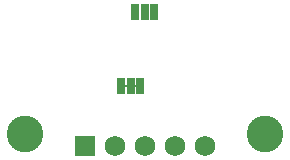
<source format=gbr>
G04 EAGLE Gerber RS-274X export*
G75*
%MOMM*%
%FSLAX34Y34*%
%LPD*%
%AMOC8*
5,1,8,0,0,1.08239X$1,22.5*%
G01*
%ADD10C,3.101600*%
%ADD11R,1.752600X1.752600*%
%ADD12C,1.752600*%
%ADD13R,0.736600X1.371600*%
%ADD14C,0.203200*%


D10*
X25000Y25000D03*
X228200Y25000D03*
D11*
X75800Y15000D03*
D12*
X101200Y15000D03*
X126600Y15000D03*
X152000Y15000D03*
X177400Y15000D03*
D13*
X122428Y65484D03*
X114300Y65484D03*
X106172Y65484D03*
D14*
X105410Y65484D02*
X122936Y65484D01*
D13*
X118086Y128466D03*
X126214Y128466D03*
X134342Y128466D03*
M02*

</source>
